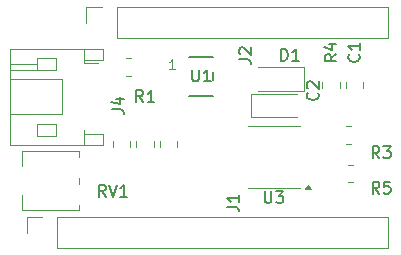
<source format=gbr>
%TF.GenerationSoftware,KiCad,Pcbnew,9.0.0*%
%TF.CreationDate,2025-04-10T19:53:04-06:00*%
%TF.ProjectId,WakeCircuit,57616b65-4369-4726-9375-69742e6b6963,rev?*%
%TF.SameCoordinates,Original*%
%TF.FileFunction,Legend,Top*%
%TF.FilePolarity,Positive*%
%FSLAX46Y46*%
G04 Gerber Fmt 4.6, Leading zero omitted, Abs format (unit mm)*
G04 Created by KiCad (PCBNEW 9.0.0) date 2025-04-10 19:53:04*
%MOMM*%
%LPD*%
G01*
G04 APERTURE LIST*
%ADD10C,0.150000*%
%ADD11C,0.100000*%
%ADD12C,0.120000*%
%ADD13C,0.152400*%
G04 APERTURE END LIST*
D10*
X117859580Y-104416666D02*
X117907200Y-104464285D01*
X117907200Y-104464285D02*
X117954819Y-104607142D01*
X117954819Y-104607142D02*
X117954819Y-104702380D01*
X117954819Y-104702380D02*
X117907200Y-104845237D01*
X117907200Y-104845237D02*
X117811961Y-104940475D01*
X117811961Y-104940475D02*
X117716723Y-104988094D01*
X117716723Y-104988094D02*
X117526247Y-105035713D01*
X117526247Y-105035713D02*
X117383390Y-105035713D01*
X117383390Y-105035713D02*
X117192914Y-104988094D01*
X117192914Y-104988094D02*
X117097676Y-104940475D01*
X117097676Y-104940475D02*
X117002438Y-104845237D01*
X117002438Y-104845237D02*
X116954819Y-104702380D01*
X116954819Y-104702380D02*
X116954819Y-104607142D01*
X116954819Y-104607142D02*
X117002438Y-104464285D01*
X117002438Y-104464285D02*
X117050057Y-104416666D01*
X117050057Y-104035713D02*
X117002438Y-103988094D01*
X117002438Y-103988094D02*
X116954819Y-103892856D01*
X116954819Y-103892856D02*
X116954819Y-103654761D01*
X116954819Y-103654761D02*
X117002438Y-103559523D01*
X117002438Y-103559523D02*
X117050057Y-103511904D01*
X117050057Y-103511904D02*
X117145295Y-103464285D01*
X117145295Y-103464285D02*
X117240533Y-103464285D01*
X117240533Y-103464285D02*
X117383390Y-103511904D01*
X117383390Y-103511904D02*
X117954819Y-104083332D01*
X117954819Y-104083332D02*
X117954819Y-103464285D01*
D11*
X105827693Y-102396895D02*
X105256265Y-102396895D01*
X105541979Y-102396895D02*
X105541979Y-101596895D01*
X105541979Y-101596895D02*
X105446741Y-101711180D01*
X105446741Y-101711180D02*
X105351503Y-101787371D01*
X105351503Y-101787371D02*
X105256265Y-101825466D01*
D10*
X99904761Y-113204819D02*
X99571428Y-112728628D01*
X99333333Y-113204819D02*
X99333333Y-112204819D01*
X99333333Y-112204819D02*
X99714285Y-112204819D01*
X99714285Y-112204819D02*
X99809523Y-112252438D01*
X99809523Y-112252438D02*
X99857142Y-112300057D01*
X99857142Y-112300057D02*
X99904761Y-112395295D01*
X99904761Y-112395295D02*
X99904761Y-112538152D01*
X99904761Y-112538152D02*
X99857142Y-112633390D01*
X99857142Y-112633390D02*
X99809523Y-112681009D01*
X99809523Y-112681009D02*
X99714285Y-112728628D01*
X99714285Y-112728628D02*
X99333333Y-112728628D01*
X100190476Y-112204819D02*
X100523809Y-113204819D01*
X100523809Y-113204819D02*
X100857142Y-112204819D01*
X101714285Y-113204819D02*
X101142857Y-113204819D01*
X101428571Y-113204819D02*
X101428571Y-112204819D01*
X101428571Y-112204819D02*
X101333333Y-112347676D01*
X101333333Y-112347676D02*
X101238095Y-112442914D01*
X101238095Y-112442914D02*
X101142857Y-112490533D01*
X114761905Y-101704819D02*
X114761905Y-100704819D01*
X114761905Y-100704819D02*
X115000000Y-100704819D01*
X115000000Y-100704819D02*
X115142857Y-100752438D01*
X115142857Y-100752438D02*
X115238095Y-100847676D01*
X115238095Y-100847676D02*
X115285714Y-100942914D01*
X115285714Y-100942914D02*
X115333333Y-101133390D01*
X115333333Y-101133390D02*
X115333333Y-101276247D01*
X115333333Y-101276247D02*
X115285714Y-101466723D01*
X115285714Y-101466723D02*
X115238095Y-101561961D01*
X115238095Y-101561961D02*
X115142857Y-101657200D01*
X115142857Y-101657200D02*
X115000000Y-101704819D01*
X115000000Y-101704819D02*
X114761905Y-101704819D01*
X116285714Y-101704819D02*
X115714286Y-101704819D01*
X116000000Y-101704819D02*
X116000000Y-100704819D01*
X116000000Y-100704819D02*
X115904762Y-100847676D01*
X115904762Y-100847676D02*
X115809524Y-100942914D01*
X115809524Y-100942914D02*
X115714286Y-100990533D01*
X103083333Y-105204819D02*
X102750000Y-104728628D01*
X102511905Y-105204819D02*
X102511905Y-104204819D01*
X102511905Y-104204819D02*
X102892857Y-104204819D01*
X102892857Y-104204819D02*
X102988095Y-104252438D01*
X102988095Y-104252438D02*
X103035714Y-104300057D01*
X103035714Y-104300057D02*
X103083333Y-104395295D01*
X103083333Y-104395295D02*
X103083333Y-104538152D01*
X103083333Y-104538152D02*
X103035714Y-104633390D01*
X103035714Y-104633390D02*
X102988095Y-104681009D01*
X102988095Y-104681009D02*
X102892857Y-104728628D01*
X102892857Y-104728628D02*
X102511905Y-104728628D01*
X104035714Y-105204819D02*
X103464286Y-105204819D01*
X103750000Y-105204819D02*
X103750000Y-104204819D01*
X103750000Y-104204819D02*
X103654762Y-104347676D01*
X103654762Y-104347676D02*
X103559524Y-104442914D01*
X103559524Y-104442914D02*
X103464286Y-104490533D01*
X123083333Y-112954819D02*
X122750000Y-112478628D01*
X122511905Y-112954819D02*
X122511905Y-111954819D01*
X122511905Y-111954819D02*
X122892857Y-111954819D01*
X122892857Y-111954819D02*
X122988095Y-112002438D01*
X122988095Y-112002438D02*
X123035714Y-112050057D01*
X123035714Y-112050057D02*
X123083333Y-112145295D01*
X123083333Y-112145295D02*
X123083333Y-112288152D01*
X123083333Y-112288152D02*
X123035714Y-112383390D01*
X123035714Y-112383390D02*
X122988095Y-112431009D01*
X122988095Y-112431009D02*
X122892857Y-112478628D01*
X122892857Y-112478628D02*
X122511905Y-112478628D01*
X123988095Y-111954819D02*
X123511905Y-111954819D01*
X123511905Y-111954819D02*
X123464286Y-112431009D01*
X123464286Y-112431009D02*
X123511905Y-112383390D01*
X123511905Y-112383390D02*
X123607143Y-112335771D01*
X123607143Y-112335771D02*
X123845238Y-112335771D01*
X123845238Y-112335771D02*
X123940476Y-112383390D01*
X123940476Y-112383390D02*
X123988095Y-112431009D01*
X123988095Y-112431009D02*
X124035714Y-112526247D01*
X124035714Y-112526247D02*
X124035714Y-112764342D01*
X124035714Y-112764342D02*
X123988095Y-112859580D01*
X123988095Y-112859580D02*
X123940476Y-112907200D01*
X123940476Y-112907200D02*
X123845238Y-112954819D01*
X123845238Y-112954819D02*
X123607143Y-112954819D01*
X123607143Y-112954819D02*
X123511905Y-112907200D01*
X123511905Y-112907200D02*
X123464286Y-112859580D01*
X113375595Y-112754819D02*
X113375595Y-113564342D01*
X113375595Y-113564342D02*
X113423214Y-113659580D01*
X113423214Y-113659580D02*
X113470833Y-113707200D01*
X113470833Y-113707200D02*
X113566071Y-113754819D01*
X113566071Y-113754819D02*
X113756547Y-113754819D01*
X113756547Y-113754819D02*
X113851785Y-113707200D01*
X113851785Y-113707200D02*
X113899404Y-113659580D01*
X113899404Y-113659580D02*
X113947023Y-113564342D01*
X113947023Y-113564342D02*
X113947023Y-112754819D01*
X114327976Y-112754819D02*
X114947023Y-112754819D01*
X114947023Y-112754819D02*
X114613690Y-113135771D01*
X114613690Y-113135771D02*
X114756547Y-113135771D01*
X114756547Y-113135771D02*
X114851785Y-113183390D01*
X114851785Y-113183390D02*
X114899404Y-113231009D01*
X114899404Y-113231009D02*
X114947023Y-113326247D01*
X114947023Y-113326247D02*
X114947023Y-113564342D01*
X114947023Y-113564342D02*
X114899404Y-113659580D01*
X114899404Y-113659580D02*
X114851785Y-113707200D01*
X114851785Y-113707200D02*
X114756547Y-113754819D01*
X114756547Y-113754819D02*
X114470833Y-113754819D01*
X114470833Y-113754819D02*
X114375595Y-113707200D01*
X114375595Y-113707200D02*
X114327976Y-113659580D01*
X111204819Y-101583333D02*
X111919104Y-101583333D01*
X111919104Y-101583333D02*
X112061961Y-101630952D01*
X112061961Y-101630952D02*
X112157200Y-101726190D01*
X112157200Y-101726190D02*
X112204819Y-101869047D01*
X112204819Y-101869047D02*
X112204819Y-101964285D01*
X111300057Y-101154761D02*
X111252438Y-101107142D01*
X111252438Y-101107142D02*
X111204819Y-101011904D01*
X111204819Y-101011904D02*
X111204819Y-100773809D01*
X111204819Y-100773809D02*
X111252438Y-100678571D01*
X111252438Y-100678571D02*
X111300057Y-100630952D01*
X111300057Y-100630952D02*
X111395295Y-100583333D01*
X111395295Y-100583333D02*
X111490533Y-100583333D01*
X111490533Y-100583333D02*
X111633390Y-100630952D01*
X111633390Y-100630952D02*
X112204819Y-101202380D01*
X112204819Y-101202380D02*
X112204819Y-100583333D01*
X119454819Y-101166666D02*
X118978628Y-101499999D01*
X119454819Y-101738094D02*
X118454819Y-101738094D01*
X118454819Y-101738094D02*
X118454819Y-101357142D01*
X118454819Y-101357142D02*
X118502438Y-101261904D01*
X118502438Y-101261904D02*
X118550057Y-101214285D01*
X118550057Y-101214285D02*
X118645295Y-101166666D01*
X118645295Y-101166666D02*
X118788152Y-101166666D01*
X118788152Y-101166666D02*
X118883390Y-101214285D01*
X118883390Y-101214285D02*
X118931009Y-101261904D01*
X118931009Y-101261904D02*
X118978628Y-101357142D01*
X118978628Y-101357142D02*
X118978628Y-101738094D01*
X118788152Y-100309523D02*
X119454819Y-100309523D01*
X118407200Y-100547618D02*
X119121485Y-100785713D01*
X119121485Y-100785713D02*
X119121485Y-100166666D01*
X110204819Y-114083333D02*
X110919104Y-114083333D01*
X110919104Y-114083333D02*
X111061961Y-114130952D01*
X111061961Y-114130952D02*
X111157200Y-114226190D01*
X111157200Y-114226190D02*
X111204819Y-114369047D01*
X111204819Y-114369047D02*
X111204819Y-114464285D01*
X111204819Y-113083333D02*
X111204819Y-113654761D01*
X111204819Y-113369047D02*
X110204819Y-113369047D01*
X110204819Y-113369047D02*
X110347676Y-113464285D01*
X110347676Y-113464285D02*
X110442914Y-113559523D01*
X110442914Y-113559523D02*
X110490533Y-113654761D01*
X107238095Y-102454819D02*
X107238095Y-103264342D01*
X107238095Y-103264342D02*
X107285714Y-103359580D01*
X107285714Y-103359580D02*
X107333333Y-103407200D01*
X107333333Y-103407200D02*
X107428571Y-103454819D01*
X107428571Y-103454819D02*
X107619047Y-103454819D01*
X107619047Y-103454819D02*
X107714285Y-103407200D01*
X107714285Y-103407200D02*
X107761904Y-103359580D01*
X107761904Y-103359580D02*
X107809523Y-103264342D01*
X107809523Y-103264342D02*
X107809523Y-102454819D01*
X108809523Y-103454819D02*
X108238095Y-103454819D01*
X108523809Y-103454819D02*
X108523809Y-102454819D01*
X108523809Y-102454819D02*
X108428571Y-102597676D01*
X108428571Y-102597676D02*
X108333333Y-102692914D01*
X108333333Y-102692914D02*
X108238095Y-102740533D01*
X100454819Y-105833333D02*
X101169104Y-105833333D01*
X101169104Y-105833333D02*
X101311961Y-105880952D01*
X101311961Y-105880952D02*
X101407200Y-105976190D01*
X101407200Y-105976190D02*
X101454819Y-106119047D01*
X101454819Y-106119047D02*
X101454819Y-106214285D01*
X100788152Y-104928571D02*
X101454819Y-104928571D01*
X100407200Y-105166666D02*
X101121485Y-105404761D01*
X101121485Y-105404761D02*
X101121485Y-104785714D01*
X123083333Y-109954819D02*
X122750000Y-109478628D01*
X122511905Y-109954819D02*
X122511905Y-108954819D01*
X122511905Y-108954819D02*
X122892857Y-108954819D01*
X122892857Y-108954819D02*
X122988095Y-109002438D01*
X122988095Y-109002438D02*
X123035714Y-109050057D01*
X123035714Y-109050057D02*
X123083333Y-109145295D01*
X123083333Y-109145295D02*
X123083333Y-109288152D01*
X123083333Y-109288152D02*
X123035714Y-109383390D01*
X123035714Y-109383390D02*
X122988095Y-109431009D01*
X122988095Y-109431009D02*
X122892857Y-109478628D01*
X122892857Y-109478628D02*
X122511905Y-109478628D01*
X123416667Y-108954819D02*
X124035714Y-108954819D01*
X124035714Y-108954819D02*
X123702381Y-109335771D01*
X123702381Y-109335771D02*
X123845238Y-109335771D01*
X123845238Y-109335771D02*
X123940476Y-109383390D01*
X123940476Y-109383390D02*
X123988095Y-109431009D01*
X123988095Y-109431009D02*
X124035714Y-109526247D01*
X124035714Y-109526247D02*
X124035714Y-109764342D01*
X124035714Y-109764342D02*
X123988095Y-109859580D01*
X123988095Y-109859580D02*
X123940476Y-109907200D01*
X123940476Y-109907200D02*
X123845238Y-109954819D01*
X123845238Y-109954819D02*
X123559524Y-109954819D01*
X123559524Y-109954819D02*
X123464286Y-109907200D01*
X123464286Y-109907200D02*
X123416667Y-109859580D01*
X121359580Y-101166666D02*
X121407200Y-101214285D01*
X121407200Y-101214285D02*
X121454819Y-101357142D01*
X121454819Y-101357142D02*
X121454819Y-101452380D01*
X121454819Y-101452380D02*
X121407200Y-101595237D01*
X121407200Y-101595237D02*
X121311961Y-101690475D01*
X121311961Y-101690475D02*
X121216723Y-101738094D01*
X121216723Y-101738094D02*
X121026247Y-101785713D01*
X121026247Y-101785713D02*
X120883390Y-101785713D01*
X120883390Y-101785713D02*
X120692914Y-101738094D01*
X120692914Y-101738094D02*
X120597676Y-101690475D01*
X120597676Y-101690475D02*
X120502438Y-101595237D01*
X120502438Y-101595237D02*
X120454819Y-101452380D01*
X120454819Y-101452380D02*
X120454819Y-101357142D01*
X120454819Y-101357142D02*
X120502438Y-101214285D01*
X120502438Y-101214285D02*
X120550057Y-101166666D01*
X121454819Y-100214285D02*
X121454819Y-100785713D01*
X121454819Y-100499999D02*
X120454819Y-100499999D01*
X120454819Y-100499999D02*
X120597676Y-100595237D01*
X120597676Y-100595237D02*
X120692914Y-100690475D01*
X120692914Y-100690475D02*
X120740533Y-100785713D01*
D12*
%TO.C,RV1*%
X92846702Y-109338604D02*
X92846702Y-110618604D01*
X92846702Y-109338604D02*
X97686702Y-109338604D01*
X92846702Y-109718604D02*
X92846702Y-109718604D01*
X92846702Y-109718604D02*
X92846702Y-110618604D01*
X92846702Y-109718604D02*
X92846702Y-110618604D01*
X92846702Y-113098604D02*
X92846702Y-114378604D01*
X92846702Y-114378604D02*
X97686702Y-114378604D01*
X97686702Y-109338604D02*
X97686702Y-109818604D01*
X97686702Y-111598604D02*
X97686702Y-112118604D01*
X97686702Y-113898604D02*
X97686702Y-114378604D01*
%TO.C,C2*%
X112190000Y-104565000D02*
X112190000Y-106435000D01*
X112190000Y-106435000D02*
X116100000Y-106435000D01*
X116100000Y-104565000D02*
X112190000Y-104565000D01*
%TO.C,C3*%
X102515000Y-108488748D02*
X102515000Y-109011252D01*
X103985000Y-108488748D02*
X103985000Y-109011252D01*
%TO.C,R2*%
X104515000Y-108977064D02*
X104515000Y-108522936D01*
X105985000Y-108977064D02*
X105985000Y-108522936D01*
%TO.C,D1*%
X116710000Y-102250000D02*
X112850000Y-102250000D01*
X116710000Y-104250000D02*
X112850000Y-104250000D01*
X116710000Y-104250000D02*
X116710000Y-102250000D01*
%TO.C,R1*%
X102064564Y-101515000D02*
X101610436Y-101515000D01*
X102064564Y-102985000D02*
X101610436Y-102985000D01*
%TO.C,C4*%
X100515000Y-109011252D02*
X100515000Y-108488748D01*
X101985000Y-109011252D02*
X101985000Y-108488748D01*
%TO.C,R5*%
X120435436Y-110515000D02*
X120889564Y-110515000D01*
X120435436Y-111985000D02*
X120889564Y-111985000D01*
%TO.C,U3*%
X114137500Y-107240000D02*
X111937500Y-107240000D01*
X114137500Y-107240000D02*
X116337500Y-107240000D01*
X114137500Y-112460000D02*
X111937500Y-112460000D01*
X114137500Y-112460000D02*
X116337500Y-112460000D01*
X117277500Y-112590000D02*
X116797500Y-112590000D01*
X117037500Y-112260000D01*
X117277500Y-112590000D01*
G36*
X117277500Y-112590000D02*
G01*
X116797500Y-112590000D01*
X117037500Y-112260000D01*
X117277500Y-112590000D01*
G37*
%TO.C,J2*%
X98270000Y-97145000D02*
X99600000Y-97145000D01*
X98270000Y-98475000D02*
X98270000Y-97145000D01*
X100870000Y-97145000D02*
X123790000Y-97145000D01*
X100870000Y-99805000D02*
X100870000Y-97145000D01*
X100870000Y-99805000D02*
X123790000Y-99805000D01*
X123790000Y-99805000D02*
X123790000Y-97145000D01*
%TO.C,R4*%
X118265000Y-103977064D02*
X118265000Y-103522936D01*
X119735000Y-103977064D02*
X119735000Y-103522936D01*
%TO.C,J1*%
X93220000Y-114920000D02*
X94550000Y-114920000D01*
X93220000Y-116250000D02*
X93220000Y-114920000D01*
X95820000Y-114920000D02*
X123820000Y-114920000D01*
X95820000Y-117580000D02*
X95820000Y-114920000D01*
X95820000Y-117580000D02*
X123820000Y-117580000D01*
X123820000Y-117580000D02*
X123820000Y-114920000D01*
D13*
%TO.C,U1*%
X106996700Y-104651000D02*
X109003300Y-104651000D01*
X109003300Y-101349000D02*
X106996700Y-101349000D01*
X109003300Y-103363220D02*
X109003300Y-102636780D01*
D12*
%TO.C,J4*%
X91840000Y-100690000D02*
X91840000Y-108810000D01*
X91840000Y-103250000D02*
X96200000Y-103250000D01*
X91840000Y-108810000D02*
X99660000Y-108810000D01*
X94100000Y-101450000D02*
X94100000Y-102450000D01*
X94100000Y-101950000D02*
X91840000Y-101950000D01*
X94100000Y-102450000D02*
X91840000Y-102450000D01*
X94100000Y-102450000D02*
X95700000Y-102450000D01*
X94100000Y-107050000D02*
X95700000Y-107050000D01*
X94100000Y-108050000D02*
X94100000Y-107050000D01*
X95700000Y-101450000D02*
X94100000Y-101450000D01*
X95700000Y-102450000D02*
X95700000Y-101450000D01*
X95700000Y-107050000D02*
X95700000Y-108050000D01*
X95700000Y-108050000D02*
X94100000Y-108050000D01*
X96200000Y-103250000D02*
X96200000Y-106250000D01*
X96200000Y-106250000D02*
X91840000Y-106250000D01*
X98060000Y-100690000D02*
X98060000Y-101610000D01*
X98060000Y-101610000D02*
X99660000Y-101610000D01*
X98060000Y-101890000D02*
X98060000Y-101610000D01*
X98060000Y-101890000D02*
X99275000Y-101890000D01*
X98060000Y-107890000D02*
X98060000Y-107610000D01*
X98060000Y-108810000D02*
X98060000Y-107890000D01*
X99660000Y-100690000D02*
X91840000Y-100690000D01*
X99660000Y-101610000D02*
X99660000Y-100690000D01*
X99660000Y-107890000D02*
X98060000Y-107890000D01*
X99660000Y-108810000D02*
X99660000Y-107890000D01*
%TO.C,R3*%
X120272936Y-107265000D02*
X120727064Y-107265000D01*
X120272936Y-108735000D02*
X120727064Y-108735000D01*
%TO.C,C1*%
X120265000Y-104011252D02*
X120265000Y-103488748D01*
X121735000Y-104011252D02*
X121735000Y-103488748D01*
%TD*%
M02*

</source>
